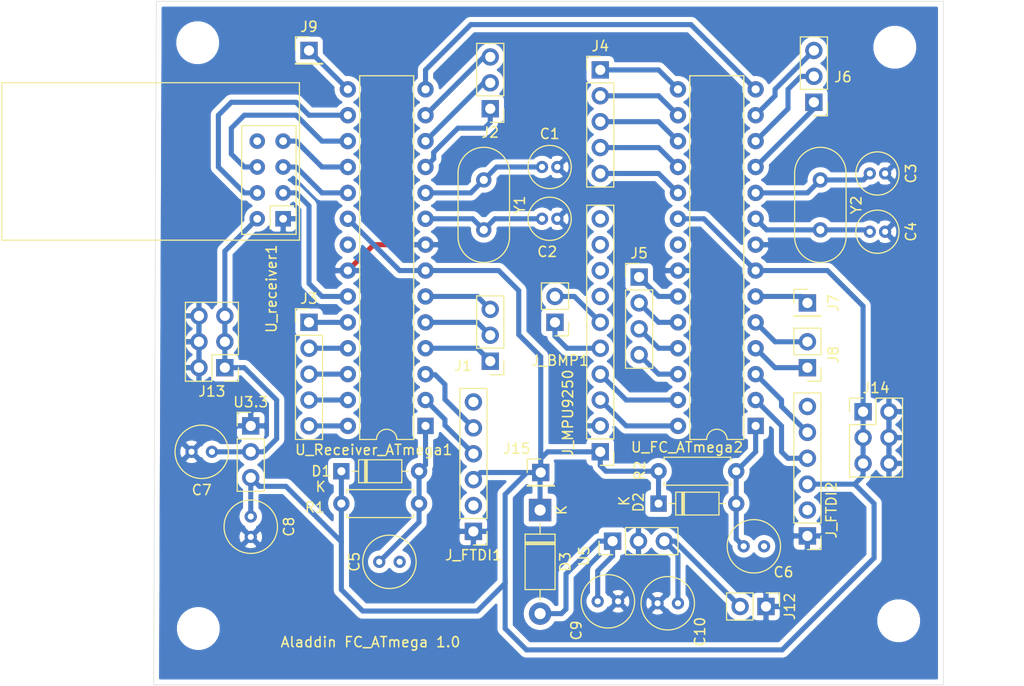
<source format=kicad_pcb>
(kicad_pcb (version 20171130) (host pcbnew "(5.1.4)-1")
  (layers (0 F.Cu signal) (31 B.Cu signal) (34 B.Paste user) (35 F.Paste user) (36 B.SilkS user) (37 F.SilkS user) (38 B.Mask user) (39 F.Mask user) (44 Edge.Cuts user))
  (net 0 "")
  (net 1 "Net-(C1-Pad1)")
  (net 2 GND)
  (net 3 "Net-(C2-Pad1)")
  (net 4 "Net-(C3-Pad2)")
  (net 5 "Net-(C4-Pad2)")
  (net 6 "Net-(C5-Pad2)")
  (net 7 DTR)
  (net 8 DTR2)
  (net 9 "Net-(C6-Pad2)")
  (net 10 +3V3)
  (net 11 +5V)
  (net 12 +12V)
  (net 13 PD2)
  (net 14 PD3)
  (net 15 PD4)
  (net 16 PD7)
  (net 17 PD6)
  (net 18 PD5)
  (net 19 PC5)
  (net 20 PC4)
  (net 21 PC3)
  (net 22 PC2)
  (net 23 PC1)
  (net 24 PB_1)
  (net 25 PB_2)
  (net 26 PB_3)
  (net 27 PB_4)
  (net 28 PB_5)
  (net 29 PC_0)
  (net 30 PC_1)
  (net 31 PC_2)
  (net 32 PC_3)
  (net 33 PWM2)
  (net 34 PWM3)
  (net 35 PWM4)
  (net 36 PWM1)
  (net 37 PD_2)
  (net 38 PD_3)
  (net 39 PB1)
  (net 40 EDA)
  (net 41 ECL)
  (net 42 "Net-(J_FTDI1-Pad2)")
  (net 43 RX)
  (net 44 TX)
  (net 45 TX2)
  (net 46 RX2)
  (net 47 "Net-(J_FTDI2-Pad2)")
  (net 48 PC_5)
  (net 49 PC_4)
  (net 50 "Net-(J_MPU9250-Pad7)")
  (net 51 "Net-(J_MPU9250-Pad8)")
  (net 52 "Net-(J_MPU9250-Pad9)")
  (net 53 "Net-(J_MPU9250-Pad10)")
  (net 54 "Net-(U_FC_ATmega2-Pad21)")
  (net 55 PPM)
  (net 56 CE)
  (net 57 CSN)
  (net 58 SCK)
  (net 59 MOSI)
  (net 60 MISO)
  (net 61 "Net-(U_receiver1-Pad8)")
  (net 62 "Net-(U_Receiver_ATmega1-Pad21)")
  (net 63 "Net-(C9-Pad1)")
  (module MountingHole:MountingHole_3.2mm_M3 (layer F.Cu) (at 236.5375 79.6925)
    (fp_text reference REF** hide)
    (fp_text value MountingHole_3.2mm_M3)
    (pad 1 np_thru_hole circle (at 0 0) (size 3.2 3.2) (drill 3.2) (layers *.Cu *.Mask))
  )
  (module MountingHole:MountingHole_3.2mm_M3 (layer F.Cu) (at 236.9185 135.9535)
    (fp_text reference REF** hide)
    (fp_text value MountingHole_3.2mm_M3)
    (pad 1 np_thru_hole circle (at 0 0) (size 3.2 3.2) (drill 3.2) (layers *.Cu *.Mask))
  )
  (module MountingHole:MountingHole_3.2mm_M3 (layer F.Cu) (at 168.2115 136.7155)
    (fp_text reference REF** hide)
    (fp_text value MountingHole_3.2mm_M3)
    (pad 1 np_thru_hole circle (at 0 0) (size 3.2 3.2) (drill 3.2) (layers *.Cu *.Mask))
  )
  (module MountingHole:MountingHole_3.2mm_M3 (layer F.Cu) (at 168.148 79.248)
    (fp_text reference REF** hide)
    (fp_text value MountingHole_3.2mm_M3)
    (pad 1 np_thru_hole circle (at 0 0) (size 3.2 3.2) (drill 3.2) (layers *.Cu *.Mask))
  )
  (module Connector_PinHeader_2.54mm:PinHeader_1x01_P2.54mm_Vertical (layer F.Cu) (at 201.803 121.412)
    (fp_text reference J15 (at -2.3495 -2.3495) (layer F.SilkS))
    (fp_text value Screw_Terminal_01x01)
    (pad 1 thru_hole rect (at 0 0) (size 1.7 1.7) (drill 1) (layers *.Cu *.Mask) (net 11 +5V))
  )
  (module Diode_THT:D_DO-41_SOD81_P10.16mm_Horizontal (layer F.Cu) (at 201.7395 125.095 270)
    (fp_text reference D3 (at 5.08 -2.47 90) (layer F.SilkS))
    (fp_text value 1N4001)
    (fp_text user K (at 0 -2.1 90) (layer F.SilkS))
    (pad 2 thru_hole oval (at 10.16 0 270) (size 2.2 2.2) (drill 1.1) (layers *.Cu *.Mask) (net 63 "Net-(C9-Pad1)"))
    (pad 1 thru_hole rect (at 0 0 270) (size 2.2 2.2) (drill 1.1) (layers *.Cu *.Mask) (net 11 +5V))
  )
  (module Crystal:Crystal_HC18-U_Vertical (layer F.Cu) (at 196.215 92.71 270)
    (fp_text reference Y1 (at 2.45 -3.525 90) (layer F.SilkS))
    (fp_text value 16Mhz)
    (pad 1 thru_hole circle (at 0 0 270) (size 1.5 1.5) (drill 0.8) (layers *.Cu *.Mask) (net 1 "Net-(C1-Pad1)"))
    (pad 2 thru_hole circle (at 4.9 0 270) (size 1.5 1.5) (drill 0.8) (layers *.Cu *.Mask) (net 3 "Net-(C2-Pad1)"))
  )
  (module Connector_PinHeader_2.54mm:PinHeader_1x04_P2.54mm_Vertical (layer F.Cu) (at 211.455 102.235)
    (fp_text reference J5 (at 0 -2.33) (layer F.SilkS))
    (fp_text value Screw_Terminal_01x04 hide)
    (pad 1 thru_hole rect (at 0 0) (size 1.7 1.7) (drill 1) (layers *.Cu *.Mask) (net 29 PC_0))
    (pad 2 thru_hole oval (at 0 2.54) (size 1.7 1.7) (drill 1) (layers *.Cu *.Mask) (net 30 PC_1))
    (pad 3 thru_hole oval (at 0 5.08) (size 1.7 1.7) (drill 1) (layers *.Cu *.Mask) (net 31 PC_2))
    (pad 4 thru_hole oval (at 0 7.62) (size 1.7 1.7) (drill 1) (layers *.Cu *.Mask) (net 32 PC_3))
  )
  (module Capacitor_THT:C_Radial_D4.0mm_H5.0mm_P1.50mm (layer F.Cu) (at 201.93 91.44)
    (fp_text reference C1 (at 0.75 -3.25) (layer F.SilkS))
    (fp_text value 22pF)
    (pad 1 thru_hole circle (at 0 0) (size 1.2 1.2) (drill 0.6) (layers *.Cu *.Mask) (net 1 "Net-(C1-Pad1)"))
    (pad 2 thru_hole circle (at 1.5 0) (size 1.2 1.2) (drill 0.6) (layers *.Cu *.Mask) (net 2 GND))
  )
  (module Capacitor_THT:C_Radial_D4.0mm_H5.0mm_P1.50mm (layer F.Cu) (at 201.93 96.52)
    (fp_text reference C2 (at 0.508 3.2385) (layer F.SilkS))
    (fp_text value 22pF)
    (pad 2 thru_hole circle (at 1.5 0) (size 1.2 1.2) (drill 0.6) (layers *.Cu *.Mask) (net 2 GND))
    (pad 1 thru_hole circle (at 0 0) (size 1.2 1.2) (drill 0.6) (layers *.Cu *.Mask) (net 3 "Net-(C2-Pad1)"))
  )
  (module Capacitor_THT:C_Radial_D4.0mm_H5.0mm_P1.50mm (layer F.Cu) (at 235.585 92.075 180)
    (fp_text reference C3 (at -2.54 0 270) (layer F.SilkS))
    (fp_text value 22pF)
    (pad 2 thru_hole circle (at 1.5 0 180) (size 1.2 1.2) (drill 0.6) (layers *.Cu *.Mask) (net 4 "Net-(C3-Pad2)"))
    (pad 1 thru_hole circle (at 0 0 180) (size 1.2 1.2) (drill 0.6) (layers *.Cu *.Mask) (net 2 GND))
  )
  (module Capacitor_THT:C_Radial_D4.0mm_H5.0mm_P1.50mm (layer F.Cu) (at 235.585 97.79 180)
    (fp_text reference C4 (at -2.54 0 270) (layer F.SilkS))
    (fp_text value 22pF)
    (pad 1 thru_hole circle (at 0 0 180) (size 1.2 1.2) (drill 0.6) (layers *.Cu *.Mask) (net 2 GND))
    (pad 2 thru_hole circle (at 1.5 0 180) (size 1.2 1.2) (drill 0.6) (layers *.Cu *.Mask) (net 5 "Net-(C4-Pad2)"))
  )
  (module Capacitor_THT:C_Radial_D5.0mm_H7.0mm_P2.00mm (layer F.Cu) (at 187.96 130.175 180)
    (fp_text reference C5 (at 4.445 0 90) (layer F.SilkS))
    (fp_text value 100nF)
    (pad 2 thru_hole circle (at 2 0 180) (size 1.2 1.2) (drill 0.6) (layers *.Cu *.Mask) (net 6 "Net-(C5-Pad2)"))
    (pad 1 thru_hole circle (at 0 0 180) (size 1.2 1.2) (drill 0.6) (layers *.Cu *.Mask))
  )
  (module Capacitor_THT:C_Radial_D5.0mm_H7.0mm_P2.00mm (layer F.Cu) (at 223.7105 128.651 180)
    (fp_text reference C6 (at -1.905 -2.54) (layer F.SilkS))
    (fp_text value 100nF)
    (pad 1 thru_hole circle (at 0 0 180) (size 1.2 1.2) (drill 0.6) (layers *.Cu *.Mask))
    (pad 2 thru_hole circle (at 2 0 180) (size 1.2 1.2) (drill 0.6) (layers *.Cu *.Mask) (net 9 "Net-(C6-Pad2)"))
  )
  (module Capacitor_THT:C_Radial_D5.0mm_H7.0mm_P2.00mm (layer F.Cu) (at 169.545 119.38 180)
    (fp_text reference C7 (at 1 -3.75) (layer F.SilkS))
    (fp_text value 10µF)
    (pad 1 thru_hole circle (at 0 0 180) (size 1.2 1.2) (drill 0.6) (layers *.Cu *.Mask) (net 10 +3V3))
    (pad 2 thru_hole circle (at 2 0 180) (size 1.2 1.2) (drill 0.6) (layers *.Cu *.Mask) (net 2 GND))
  )
  (module Capacitor_THT:C_Radial_D5.0mm_H7.0mm_P2.00mm (layer F.Cu) (at 173.355 125.73 270)
    (fp_text reference C8 (at 1 -3.75 90) (layer F.SilkS))
    (fp_text value 100nF)
    (pad 2 thru_hole circle (at 2 0 270) (size 1.2 1.2) (drill 0.6) (layers *.Cu *.Mask) (net 2 GND))
    (pad 1 thru_hole circle (at 0 0 270) (size 1.2 1.2) (drill 0.6) (layers *.Cu *.Mask) (net 11 +5V))
  )
  (module Capacitor_THT:C_Radial_D5.0mm_H7.0mm_P2.00mm (layer F.Cu) (at 207.391 134.0485)
    (fp_text reference C9 (at -2.0955 2.8575 -90) (layer F.SilkS))
    (fp_text value 10µF)
    (pad 1 thru_hole circle (at 0 0) (size 1.2 1.2) (drill 0.6) (layers *.Cu *.Mask) (net 63 "Net-(C9-Pad1)"))
    (pad 2 thru_hole circle (at 2 0) (size 1.2 1.2) (drill 0.6) (layers *.Cu *.Mask) (net 2 GND))
  )
  (module Capacitor_THT:C_Radial_D5.0mm_H7.0mm_P2.00mm (layer F.Cu) (at 215.265 134.239 180)
    (fp_text reference C10 (at -2.159 -2.794 270) (layer F.SilkS))
    (fp_text value 100nF)
    (pad 2 thru_hole circle (at 2 0 180) (size 1.2 1.2) (drill 0.6) (layers *.Cu *.Mask) (net 2 GND))
    (pad 1 thru_hole circle (at 0 0 180) (size 1.2 1.2) (drill 0.6) (layers *.Cu *.Mask) (net 12 +12V))
  )
  (module Diode_THT:D_DO-35_SOD27_P7.62mm_Horizontal (layer F.Cu) (at 182.245 121.285)
    (fp_text reference D1 (at -1.9685 0) (layer F.SilkS))
    (fp_text value 1N4148)
    (fp_text user K (at -2.032 1.524) (layer F.SilkS))
    (pad 2 thru_hole oval (at 7.62 0) (size 1.6 1.6) (drill 0.8) (layers *.Cu *.Mask) (net 6 "Net-(C5-Pad2)"))
    (pad 1 thru_hole rect (at 0 0) (size 1.6 1.6) (drill 0.8) (layers *.Cu *.Mask) (net 11 +5V))
  )
  (module Diode_THT:D_DO-35_SOD27_P7.62mm_Horizontal (layer F.Cu) (at 213.36 124.46)
    (fp_text reference D2 (at -1.9685 -0.127 90) (layer F.SilkS))
    (fp_text value 1N4148)
    (fp_text user K (at -3.3655 -0.254 90) (layer F.SilkS))
    (pad 1 thru_hole rect (at 0 0) (size 1.6 1.6) (drill 0.8) (layers *.Cu *.Mask) (net 11 +5V))
    (pad 2 thru_hole oval (at 7.62 0) (size 1.6 1.6) (drill 0.8) (layers *.Cu *.Mask) (net 9 "Net-(C6-Pad2)"))
  )
  (module Connector_PinHeader_2.54mm:PinHeader_1x03_P2.54mm_Vertical (layer F.Cu) (at 196.85 110.49 180)
    (fp_text reference J1 (at 2.667 -0.4445) (layer F.SilkS))
    (fp_text value Screw_Terminal_01x03)
    (pad 1 thru_hole rect (at 0 0 180) (size 1.7 1.7) (drill 1) (layers *.Cu *.Mask) (net 13 PD2))
    (pad 2 thru_hole oval (at 0 2.54 180) (size 1.7 1.7) (drill 1) (layers *.Cu *.Mask) (net 14 PD3))
    (pad 3 thru_hole oval (at 0 5.08 180) (size 1.7 1.7) (drill 1) (layers *.Cu *.Mask) (net 15 PD4))
  )
  (module Connector_PinHeader_2.54mm:PinHeader_1x03_P2.54mm_Vertical (layer F.Cu) (at 196.85 85.725 180)
    (fp_text reference J2 (at 0 -2.33) (layer F.SilkS))
    (fp_text value Screw_Terminal_01x03)
    (pad 3 thru_hole oval (at 0 5.08 180) (size 1.7 1.7) (drill 1) (layers *.Cu *.Mask) (net 16 PD7))
    (pad 2 thru_hole oval (at 0 2.54 180) (size 1.7 1.7) (drill 1) (layers *.Cu *.Mask) (net 17 PD6))
    (pad 1 thru_hole rect (at 0 0 180) (size 1.7 1.7) (drill 1) (layers *.Cu *.Mask) (net 18 PD5))
  )
  (module Connector_PinHeader_2.54mm:PinHeader_1x05_P2.54mm_Vertical (layer F.Cu) (at 179.07 106.68)
    (fp_text reference J3 (at 0 -2.33) (layer F.SilkS))
    (fp_text value Screw_Terminal_01x05)
    (pad 5 thru_hole oval (at 0 10.16) (size 1.7 1.7) (drill 1) (layers *.Cu *.Mask) (net 19 PC5))
    (pad 4 thru_hole oval (at 0 7.62) (size 1.7 1.7) (drill 1) (layers *.Cu *.Mask) (net 20 PC4))
    (pad 3 thru_hole oval (at 0 5.08) (size 1.7 1.7) (drill 1) (layers *.Cu *.Mask) (net 21 PC3))
    (pad 2 thru_hole oval (at 0 2.54) (size 1.7 1.7) (drill 1) (layers *.Cu *.Mask) (net 22 PC2))
    (pad 1 thru_hole rect (at 0 0) (size 1.7 1.7) (drill 1) (layers *.Cu *.Mask) (net 23 PC1))
  )
  (module Connector_PinHeader_2.54mm:PinHeader_1x05_P2.54mm_Vertical (layer F.Cu) (at 207.645 81.915)
    (fp_text reference J4 (at 0 -2.33) (layer F.SilkS))
    (fp_text value Screw_Terminal_01x05)
    (pad 1 thru_hole rect (at 0 0) (size 1.7 1.7) (drill 1) (layers *.Cu *.Mask) (net 24 PB_1))
    (pad 2 thru_hole oval (at 0 2.54) (size 1.7 1.7) (drill 1) (layers *.Cu *.Mask) (net 25 PB_2))
    (pad 3 thru_hole oval (at 0 5.08) (size 1.7 1.7) (drill 1) (layers *.Cu *.Mask) (net 26 PB_3))
    (pad 4 thru_hole oval (at 0 7.62) (size 1.7 1.7) (drill 1) (layers *.Cu *.Mask) (net 27 PB_4))
    (pad 5 thru_hole oval (at 0 10.16) (size 1.7 1.7) (drill 1) (layers *.Cu *.Mask) (net 28 PB_5))
  )
  (module Connector_PinHeader_2.54mm:PinHeader_1x03_P2.54mm_Vertical (layer F.Cu) (at 228.6 85.09 180)
    (fp_text reference J6 (at -2.8575 2.4765) (layer F.SilkS))
    (fp_text value Screw_Terminal_01x03)
    (pad 1 thru_hole rect (at 0 0 180) (size 1.7 1.7) (drill 1) (layers *.Cu *.Mask) (net 33 PWM2))
    (pad 2 thru_hole oval (at 0 2.54 180) (size 1.7 1.7) (drill 1) (layers *.Cu *.Mask) (net 34 PWM3))
    (pad 3 thru_hole oval (at 0 5.08 180) (size 1.7 1.7) (drill 1) (layers *.Cu *.Mask) (net 35 PWM4))
  )
  (module Connector_PinHeader_2.54mm:PinHeader_1x01_P2.54mm_Vertical (layer F.Cu) (at 227.965 104.775)
    (fp_text reference J7 (at 2.54 0 270) (layer F.SilkS))
    (fp_text value Screw_Terminal_01x01)
    (pad 1 thru_hole rect (at 0 0) (size 1.7 1.7) (drill 1) (layers *.Cu *.Mask) (net 36 PWM1))
  )
  (module Connector_PinHeader_2.54mm:PinHeader_1x02_P2.54mm_Vertical (layer F.Cu) (at 227.965 111.125 180)
    (fp_text reference J8 (at -2.54 1.27 90) (layer F.SilkS))
    (fp_text value Screw_Terminal_01x02)
    (pad 1 thru_hole rect (at 0 0 180) (size 1.7 1.7) (drill 1) (layers *.Cu *.Mask) (net 37 PD_2))
    (pad 2 thru_hole oval (at 0 2.54 180) (size 1.7 1.7) (drill 1) (layers *.Cu *.Mask) (net 38 PD_3))
  )
  (module Connector_PinHeader_2.54mm:PinHeader_1x01_P2.54mm_Vertical (layer F.Cu) (at 179.07 80.01)
    (fp_text reference J9 (at 0 -2.33) (layer F.SilkS))
    (fp_text value Screw_Terminal_01x01)
    (pad 1 thru_hole rect (at 0 0) (size 1.7 1.7) (drill 1) (layers *.Cu *.Mask) (net 39 PB1))
  )
  (module Connector_PinHeader_2.54mm:PinHeader_1x02_P2.54mm_Vertical (layer F.Cu) (at 223.901 134.5565 270)
    (fp_text reference J12 (at 0 -2.33 90) (layer F.SilkS))
    (fp_text value Screw_Terminal_01x02)
    (pad 2 thru_hole oval (at 0 2.54 270) (size 1.7 1.7) (drill 1) (layers *.Cu *.Mask) (net 12 +12V))
    (pad 1 thru_hole rect (at 0 0 270) (size 1.7 1.7) (drill 1) (layers *.Cu *.Mask) (net 2 GND))
  )
  (module Connector_PinHeader_2.54mm:PinHeader_2x03_P2.54mm_Vertical (layer F.Cu) (at 170.815 111.125 180)
    (fp_text reference J13 (at 1.27 -2.33) (layer F.SilkS))
    (fp_text value Conn_02x03_Top_Bottom)
    (pad 6 thru_hole oval (at 2.54 5.08 180) (size 1.7 1.7) (drill 1) (layers *.Cu *.Mask) (net 2 GND))
    (pad 5 thru_hole oval (at 0 5.08 180) (size 1.7 1.7) (drill 1) (layers *.Cu *.Mask) (net 10 +3V3))
    (pad 4 thru_hole oval (at 2.54 2.54 180) (size 1.7 1.7) (drill 1) (layers *.Cu *.Mask) (net 2 GND))
    (pad 3 thru_hole oval (at 0 2.54 180) (size 1.7 1.7) (drill 1) (layers *.Cu *.Mask) (net 10 +3V3))
    (pad 2 thru_hole oval (at 2.54 0 180) (size 1.7 1.7) (drill 1) (layers *.Cu *.Mask) (net 2 GND))
    (pad 1 thru_hole rect (at 0 0 180) (size 1.7 1.7) (drill 1) (layers *.Cu *.Mask) (net 10 +3V3))
  )
  (module Connector_PinHeader_2.54mm:PinHeader_2x03_P2.54mm_Vertical (layer F.Cu) (at 233.426 115.443)
    (fp_text reference J14 (at 1.27 -2.33) (layer F.SilkS))
    (fp_text value Conn_02x03_Top_Bottom)
    (pad 1 thru_hole rect (at 0 0) (size 1.7 1.7) (drill 1) (layers *.Cu *.Mask) (net 11 +5V))
    (pad 2 thru_hole oval (at 2.54 0) (size 1.7 1.7) (drill 1) (layers *.Cu *.Mask) (net 2 GND))
    (pad 3 thru_hole oval (at 0 2.54) (size 1.7 1.7) (drill 1) (layers *.Cu *.Mask) (net 11 +5V))
    (pad 4 thru_hole oval (at 2.54 2.54) (size 1.7 1.7) (drill 1) (layers *.Cu *.Mask) (net 2 GND))
    (pad 5 thru_hole oval (at 0 5.08) (size 1.7 1.7) (drill 1) (layers *.Cu *.Mask) (net 11 +5V))
    (pad 6 thru_hole oval (at 2.54 5.08) (size 1.7 1.7) (drill 1) (layers *.Cu *.Mask) (net 2 GND))
  )
  (module Connector_PinHeader_2.54mm:PinHeader_1x02_P2.54mm_Vertical (layer F.Cu) (at 203.2 106.68 180)
    (fp_text reference J_BMP1 (at -0.508 -3.7465) (layer F.SilkS))
    (fp_text value Screw_Terminal_01x02 hide)
    (pad 1 thru_hole rect (at 0 0 180) (size 1.7 1.7) (drill 1) (layers *.Cu *.Mask) (net 40 EDA))
    (pad 2 thru_hole oval (at 0 2.54 180) (size 1.7 1.7) (drill 1) (layers *.Cu *.Mask) (net 41 ECL))
  )
  (module Connector_PinHeader_2.54mm:PinHeader_1x06_P2.54mm_Vertical (layer F.Cu) (at 195.199 127.1905 180)
    (fp_text reference J_FTDI1 (at 0 -2.33) (layer F.SilkS))
    (fp_text value Screw_Terminal_01x06)
    (pad 1 thru_hole rect (at 0 0 180) (size 1.7 1.7) (drill 1) (layers *.Cu *.Mask) (net 2 GND))
    (pad 2 thru_hole oval (at 0 2.54 180) (size 1.7 1.7) (drill 1) (layers *.Cu *.Mask) (net 42 "Net-(J_FTDI1-Pad2)"))
    (pad 3 thru_hole oval (at 0 5.08 180) (size 1.7 1.7) (drill 1) (layers *.Cu *.Mask) (net 11 +5V))
    (pad 4 thru_hole oval (at 0 7.62 180) (size 1.7 1.7) (drill 1) (layers *.Cu *.Mask) (net 43 RX))
    (pad 5 thru_hole oval (at 0 10.16 180) (size 1.7 1.7) (drill 1) (layers *.Cu *.Mask) (net 44 TX))
    (pad 6 thru_hole oval (at 0 12.7 180) (size 1.7 1.7) (drill 1) (layers *.Cu *.Mask) (net 7 DTR))
  )
  (module Connector_PinHeader_2.54mm:PinHeader_1x06_P2.54mm_Vertical (layer F.Cu) (at 227.965 127.635 180)
    (fp_text reference J_FTDI2 (at -2.3495 2.54 90) (layer F.SilkS))
    (fp_text value Screw_Terminal_01x06)
    (pad 6 thru_hole oval (at 0 12.7 180) (size 1.7 1.7) (drill 1) (layers *.Cu *.Mask) (net 8 DTR2))
    (pad 5 thru_hole oval (at 0 10.16 180) (size 1.7 1.7) (drill 1) (layers *.Cu *.Mask) (net 45 TX2))
    (pad 4 thru_hole oval (at 0 7.62 180) (size 1.7 1.7) (drill 1) (layers *.Cu *.Mask) (net 46 RX2))
    (pad 3 thru_hole oval (at 0 5.08 180) (size 1.7 1.7) (drill 1) (layers *.Cu *.Mask) (net 11 +5V))
    (pad 2 thru_hole oval (at 0 2.54 180) (size 1.7 1.7) (drill 1) (layers *.Cu *.Mask) (net 47 "Net-(J_FTDI2-Pad2)"))
    (pad 1 thru_hole rect (at 0 0 180) (size 1.7 1.7) (drill 1) (layers *.Cu *.Mask) (net 2 GND))
  )
  (module Connector_PinHeader_2.54mm:PinHeader_1x10_P2.54mm_Vertical (layer F.Cu) (at 207.645 119.38 180)
    (fp_text reference J_MPU9250 (at 3.175 3.81 90) (layer F.SilkS))
    (fp_text value Screw_Terminal_01x10)
    (pad 1 thru_hole rect (at 0 0 180) (size 1.7 1.7) (drill 1) (layers *.Cu *.Mask) (net 11 +5V))
    (pad 2 thru_hole oval (at 0 2.54 180) (size 1.7 1.7) (drill 1) (layers *.Cu *.Mask) (net 2 GND))
    (pad 3 thru_hole oval (at 0 5.08 180) (size 1.7 1.7) (drill 1) (layers *.Cu *.Mask) (net 48 PC_5))
    (pad 4 thru_hole oval (at 0 7.62 180) (size 1.7 1.7) (drill 1) (layers *.Cu *.Mask) (net 49 PC_4))
    (pad 5 thru_hole oval (at 0 10.16 180) (size 1.7 1.7) (drill 1) (layers *.Cu *.Mask) (net 40 EDA))
    (pad 6 thru_hole oval (at 0 12.7 180) (size 1.7 1.7) (drill 1) (layers *.Cu *.Mask) (net 41 ECL))
    (pad 7 thru_hole oval (at 0 15.24 180) (size 1.7 1.7) (drill 1) (layers *.Cu *.Mask) (net 50 "Net-(J_MPU9250-Pad7)"))
    (pad 8 thru_hole oval (at 0 17.78 180) (size 1.7 1.7) (drill 1) (layers *.Cu *.Mask) (net 51 "Net-(J_MPU9250-Pad8)"))
    (pad 9 thru_hole oval (at 0 20.32 180) (size 1.7 1.7) (drill 1) (layers *.Cu *.Mask) (net 52 "Net-(J_MPU9250-Pad9)"))
    (pad 10 thru_hole oval (at 0 22.86 180) (size 1.7 1.7) (drill 1) (layers *.Cu *.Mask) (net 53 "Net-(J_MPU9250-Pad10)"))
  )
  (module Resistor_THT:R_Axial_DIN0207_L6.3mm_D2.5mm_P7.62mm_Horizontal (layer F.Cu) (at 189.865 124.46 180)
    (fp_text reference R1 (at 10.2235 -0.381) (layer F.SilkS))
    (fp_text value 10k)
    (pad 1 thru_hole circle (at 0 0 180) (size 1.6 1.6) (drill 0.8) (layers *.Cu *.Mask) (net 6 "Net-(C5-Pad2)"))
    (pad 2 thru_hole oval (at 7.62 0 180) (size 1.6 1.6) (drill 0.8) (layers *.Cu *.Mask) (net 11 +5V))
  )
  (module Resistor_THT:R_Axial_DIN0207_L6.3mm_D2.5mm_P7.62mm_Horizontal (layer F.Cu) (at 213.36 121.285)
    (fp_text reference R2 (at -1.8415 -0.0635 90) (layer F.SilkS))
    (fp_text value 10k)
    (pad 2 thru_hole oval (at 7.62 0) (size 1.6 1.6) (drill 0.8) (layers *.Cu *.Mask) (net 9 "Net-(C6-Pad2)"))
    (pad 1 thru_hole circle (at 0 0) (size 1.6 1.6) (drill 0.8) (layers *.Cu *.Mask) (net 11 +5V))
  )
  (module Connector_PinHeader_2.54mm:PinHeader_1x03_P2.54mm_Vertical (layer F.Cu) (at 173.355 116.84)
    (fp_text reference U3.3 (at 0 -2.33) (layer F.SilkS))
    (fp_text value LD1117S33TR_SOT223)
    (pad 1 thru_hole rect (at 0 0) (size 1.7 1.7) (drill 1) (layers *.Cu *.Mask) (net 2 GND))
    (pad 2 thru_hole oval (at 0 2.54) (size 1.7 1.7) (drill 1) (layers *.Cu *.Mask) (net 10 +3V3))
    (pad 3 thru_hole oval (at 0 5.08) (size 1.7 1.7) (drill 1) (layers *.Cu *.Mask) (net 11 +5V))
  )
  (module Connector_PinHeader_2.54mm:PinHeader_1x03_P2.54mm_Vertical (layer F.Cu) (at 208.8515 128.143 90)
    (fp_text reference U5 (at -1.4605 -2.794 90) (layer F.SilkS))
    (fp_text value LM78L05_TO92)
    (pad 3 thru_hole oval (at 0 5.08 90) (size 1.7 1.7) (drill 1) (layers *.Cu *.Mask) (net 12 +12V))
    (pad 2 thru_hole oval (at 0 2.54 90) (size 1.7 1.7) (drill 1) (layers *.Cu *.Mask) (net 2 GND))
    (pad 1 thru_hole rect (at 0 0 90) (size 1.7 1.7) (drill 1) (layers *.Cu *.Mask) (net 63 "Net-(C9-Pad1)"))
  )
  (module Package_DIP:DIP-28_W7.62mm (layer F.Cu) (at 222.885 116.84 180)
    (fp_text reference U_FC_ATmega2 (at 6.731 -2.0955) (layer F.SilkS))
    (fp_text value ATmega8L-8PU)
    (pad 1 thru_hole rect (at 0 0 180) (size 1.6 1.6) (drill 0.8) (layers *.Cu *.Mask) (net 9 "Net-(C6-Pad2)"))
    (pad 15 thru_hole oval (at 7.62 33.02 180) (size 1.6 1.6) (drill 0.8) (layers *.Cu *.Mask) (net 24 PB_1))
    (pad 2 thru_hole oval (at 0 2.54 180) (size 1.6 1.6) (drill 0.8) (layers *.Cu *.Mask) (net 46 RX2))
    (pad 16 thru_hole oval (at 7.62 30.48 180) (size 1.6 1.6) (drill 0.8) (layers *.Cu *.Mask) (net 25 PB_2))
    (pad 3 thru_hole oval (at 0 5.08 180) (size 1.6 1.6) (drill 0.8) (layers *.Cu *.Mask) (net 45 TX2))
    (pad 17 thru_hole oval (at 7.62 27.94 180) (size 1.6 1.6) (drill 0.8) (layers *.Cu *.Mask) (net 26 PB_3))
    (pad 4 thru_hole oval (at 0 7.62 180) (size 1.6 1.6) (drill 0.8) (layers *.Cu *.Mask) (net 37 PD_2))
    (pad 18 thru_hole oval (at 7.62 25.4 180) (size 1.6 1.6) (drill 0.8) (layers *.Cu *.Mask) (net 27 PB_4))
    (pad 5 thru_hole oval (at 0 10.16 180) (size 1.6 1.6) (drill 0.8) (layers *.Cu *.Mask) (net 38 PD_3))
    (pad 19 thru_hole oval (at 7.62 22.86 180) (size 1.6 1.6) (drill 0.8) (layers *.Cu *.Mask) (net 28 PB_5))
    (pad 6 thru_hole oval (at 0 12.7 180) (size 1.6 1.6) (drill 0.8) (layers *.Cu *.Mask) (net 36 PWM1))
    (pad 20 thru_hole oval (at 7.62 20.32 180) (size 1.6 1.6) (drill 0.8) (layers *.Cu *.Mask) (net 11 +5V))
    (pad 7 thru_hole oval (at 0 15.24 180) (size 1.6 1.6) (drill 0.8) (layers *.Cu *.Mask) (net 11 +5V))
    (pad 21 thru_hole oval (at 7.62 17.78 180) (size 1.6 1.6) (drill 0.8) (layers *.Cu *.Mask) (net 54 "Net-(U_FC_ATmega2-Pad21)"))
    (pad 8 thru_hole oval (at 0 17.78 180) (size 1.6 1.6) (drill 0.8) (layers *.Cu *.Mask) (net 2 GND))
    (pad 22 thru_hole oval (at 7.62 15.24 180) (size 1.6 1.6) (drill 0.8) (layers *.Cu *.Mask) (net 2 GND))
    (pad 9 thru_hole oval (at 0 20.32 180) (size 1.6 1.6) (drill 0.8) (layers *.Cu *.Mask) (net 5 "Net-(C4-Pad2)"))
    (pad 23 thru_hole oval (at 7.62 12.7 180) (size 1.6 1.6) (drill 0.8) (layers *.Cu *.Mask) (net 29 PC_0))
    (pad 10 thru_hole oval (at 0 22.86 180) (size 1.6 1.6) (drill 0.8) (layers *.Cu *.Mask) (net 4 "Net-(C3-Pad2)"))
    (pad 24 thru_hole oval (at 7.62 10.16 180) (size 1.6 1.6) (drill 0.8) (layers *.Cu *.Mask) (net 30 PC_1))
    (pad 11 thru_hole oval (at 0 25.4 180) (size 1.6 1.6) (drill 0.8) (layers *.Cu *.Mask) (net 33 PWM2))
    (pad 25 thru_hole oval (at 7.62 7.62 180) (size 1.6 1.6) (drill 0.8) (layers *.Cu *.Mask) (net 31 PC_2))
    (pad 12 thru_hole oval (at 0 27.94 180) (size 1.6 1.6) (drill 0.8) (layers *.Cu *.Mask) (net 34 PWM3))
    (pad 26 thru_hole oval (at 7.62 5.08 180) (size 1.6 1.6) (drill 0.8) (layers *.Cu *.Mask) (net 32 PC_3))
    (pad 13 thru_hole oval (at 0 30.48 180) (size 1.6 1.6) (drill 0.8) (layers *.Cu *.Mask) (net 35 PWM4))
    (pad 27 thru_hole oval (at 7.62 2.54 180) (size 1.6 1.6) (drill 0.8) (layers *.Cu *.Mask) (net 49 PC_4))
    (pad 14 thru_hole oval (at 0 33.02 180) (size 1.6 1.6) (drill 0.8) (layers *.Cu *.Mask) (net 55 PPM))
    (pad 28 thru_hole oval (at 7.62 0 180) (size 1.6 1.6) (drill 0.8) (layers *.Cu *.Mask) (net 48 PC_5))
  )
  (module RF_Module:nRF24L01_Breakout (layer F.Cu) (at 176.53 96.52 180)
    (fp_text reference U_receiver1 (at 1.143 -6.858 90) (layer F.SilkS))
    (fp_text value NRF24L01_Breakout)
    (pad 1 thru_hole rect (at 0 0 180) (size 1.524 1.524) (drill 0.762) (layers *.Cu *.Mask) (net 2 GND))
    (pad 2 thru_hole circle (at 2.54 0 180) (size 1.524 1.524) (drill 0.762) (layers *.Cu *.Mask) (net 10 +3V3))
    (pad 3 thru_hole circle (at 0 2.54 180) (size 1.524 1.524) (drill 0.762) (layers *.Cu *.Mask) (net 56 CE))
    (pad 4 thru_hole circle (at 2.54 2.54 180) (size 1.524 1.524) (drill 0.762) (layers *.Cu *.Mask) (net 57 CSN))
    (pad 5 thru_hole circle (at 0 5.08 180) (size 1.524 1.524) (drill 0.762) (layers *.Cu *.Mask) (net 58 SCK))
    (pad 6 thru_hole circle (at 2.54 5.08 180) (size 1.524 1.524) (drill 0.762) (layers *.Cu *.Mask) (net 59 MOSI))
    (pad 7 thru_hole circle (at 0 7.62 180) (size 1.524 1.524) (drill 0.762) (layers *.Cu *.Mask) (net 60 MISO))
    (pad 8 thru_hole circle (at 2.54 7.62 180) (size 1.524 1.524) (drill 0.762) (layers *.Cu *.Mask) (net 61 "Net-(U_receiver1-Pad8)"))
  )
  (module Package_DIP:DIP-28_W7.62mm (layer F.Cu) (at 190.5 116.84 180)
    (fp_text reference U_Receiver_ATmega1 (at 5.08 -2.3495) (layer F.SilkS))
    (fp_text value ATmega8L-8PU)
    (pad 28 thru_hole oval (at 7.62 0 180) (size 1.6 1.6) (drill 0.8) (layers *.Cu *.Mask) (net 19 PC5))
    (pad 14 thru_hole oval (at 0 33.02 180) (size 1.6 1.6) (drill 0.8) (layers *.Cu *.Mask) (net 55 PPM))
    (pad 27 thru_hole oval (at 7.62 2.54 180) (size 1.6 1.6) (drill 0.8) (layers *.Cu *.Mask) (net 20 PC4))
    (pad 13 thru_hole oval (at 0 30.48 180) (size 1.6 1.6) (drill 0.8) (layers *.Cu *.Mask) (net 16 PD7))
    (pad 26 thru_hole oval (at 7.62 5.08 180) (size 1.6 1.6) (drill 0.8) (layers *.Cu *.Mask) (net 21 PC3))
    (pad 12 thru_hole oval (at 0 27.94 180) (size 1.6 1.6) (drill 0.8) (layers *.Cu *.Mask) (net 17 PD6))
    (pad 25 thru_hole oval (at 7.62 7.62 180) (size 1.6 1.6) (drill 0.8) (layers *.Cu *.Mask) (net 22 PC2))
    (pad 11 thru_hole oval (at 0 25.4 180) (size 1.6 1.6) (drill 0.8) (layers *.Cu *.Mask) (net 18 PD5))
    (pad 24 thru_hole oval (at 7.62 10.16 180) (size 1.6 1.6) (drill 0.8) (layers *.Cu *.Mask) (net 23 PC1))
    (pad 10 thru_hole oval (at 0 22.86 180) (size 1.6 1.6) (drill 0.8) (layers *.Cu *.Mask) (net 1 "Net-(C1-Pad1)"))
    (pad 23 thru_hole oval (at 7.62 12.7 180) (size 1.6 1.6) (drill 0.8) (layers *.Cu *.Mask) (net 56 CE))
    (pad 9 thru_hole oval (at 0 20.32 180) (size 1.6 1.6) (drill 0.8) (layers *.Cu *.Mask) (net 3 "Net-(C2-Pad1)"))
    (pad 22 thru_hole oval (at 7.62 15.24 180) (size 1.6 1.6) (drill 0.8) (layers *.Cu *.Mask) (net 2 GND))
    (pad 8 thru_hole oval (at 0 17.78 180) (size 1.6 1.6) (drill 0.8) (layers *.Cu *.Mask) (net 2 GND))
    (pad 21 thru_hole oval (at 7.62 17.78 180) (size 1.6 1.6) (drill 0.8) (layers *.Cu *.Mask) (net 62 "Net-(U_Receiver_ATmega1-Pad21)"))
    (pad 7 thru_hole oval (at 0 15.24 180) (size 1.6 1.6) (drill 0.8) (layers *.Cu *.Mask) (net 11 +5V))
    (pad 20 thru_hole oval (at 7.62 20.32 180) (size 1.6 1.6) (drill 0.8) (layers *.Cu *.Mask) (net 11 +5V))
    (pad 6 thru_hole oval (at 0 12.7 180) (size 1.6 1.6) (drill 0.8) (layers *.Cu *.Mask) (net 15 PD4))
    (pad 19 thru_hole oval (at 7.62 22.86 180) (size 1.6 1.6) (drill 0.8) (layers *.Cu *.Mask) (net 58 SCK))
    (pad 5 thru_hole oval (at 0 10.16 180) (size 1.6 1.6) (drill 0.8) (layers *.Cu *.Mask) (net 14 PD3))
    (pad 18 thru_hole oval (at 7.62 25.4 180) (size 1.6 1.6) (drill 0.8) (layers *.Cu *.Mask) (net 60 MISO))
    (pad 4 thru_hole oval (at 0 7.62 180) (size 1.6 1.6) (drill 0.8) (layers *.Cu *.Mask) (net 13 PD2))
    (pad 17 thru_hole oval (at 7.62 27.94 180) (size 1.6 1.6) (drill 0.8) (layers *.Cu *.Mask) (net 59 MOSI))
    (pad 3 thru_hole oval (at 0 5.08 180) (size 1.6 1.6) (drill 0.8) (layers *.Cu *.Mask) (net 44 TX))
    (pad 16 thru_hole oval (at 7.62 30.48 180) (size 1.6 1.6) (drill 0.8) (layers *.Cu *.Mask) (net 57 CSN))
    (pad 2 thru_hole oval (at 0 2.54 180) (size 1.6 1.6) (drill 0.8) (layers *.Cu *.Mask) (net 43 RX))
    (pad 15 thru_hole oval (at 7.62 33.02 180) (size 1.6 1.6) (drill 0.8) (layers *.Cu *.Mask) (net 39 PB1))
    (pad 1 thru_hole rect (at 0 0 180) (size 1.6 1.6) (drill 0.8) (layers *.Cu *.Mask) (net 6 "Net-(C5-Pad2)"))
  )
  (module Crystal:Crystal_HC18-U_Vertical (layer F.Cu) (at 229.235 92.71 270)
    (fp_text reference Y2 (at 2.45 -3.525 90) (layer F.SilkS))
    (fp_text value 16Mhz)
    (pad 2 thru_hole circle (at 4.9 0 270) (size 1.5 1.5) (drill 0.8) (layers *.Cu *.Mask) (net 5 "Net-(C4-Pad2)"))
    (pad 1 thru_hole circle (at 0 0 270) (size 1.5 1.5) (drill 0.8) (layers *.Cu *.Mask) (net 4 "Net-(C3-Pad2)"))
  )
  (gr_text "Aladdin FC_ATmega 1.0" (at 185.1025 138.049) (layer F.SilkS) (effects (font (size 1 1))))
  (gr_line (start 163.83 142.24) (end 170.18 142.24) (layer Edge.Cuts) (width 0.05))
  (gr_line (start 164.084 75.184) (end 163.83 142.24) (layer Edge.Cuts) (width 0.05))
  (gr_line (start 241.3 142.24) (end 170.18 142.24) (layer Edge.Cuts) (width 0.05))
  (gr_line (start 167.894 75.184) (end 164.084 75.184) (layer Edge.Cuts) (width 0.05))
  (gr_line (start 241.3 75.184) (end 167.894 75.184) (layer Edge.Cuts) (width 0.05))
  (gr_line (start 241.3 142.24) (end 241.3 75.184) (layer Edge.Cuts) (width 0.05))
  (segment (start 194.945 93.98) (end 196.215 92.71) (width 0.5) (layer B.Cu) (net 1))
  (segment (start 190.5 93.98) (end 194.945 93.98) (width 0.5) (layer B.Cu) (net 1))
  (segment (start 197.485 91.44) (end 201.93 91.44) (width 0.5) (layer B.Cu) (net 1))
  (segment (start 196.215 92.71) (end 197.485 91.44) (width 0.5) (layer B.Cu) (net 1))
  (segment (start 185.42 99.06) (end 190.5 99.06) (width 0.5) (layer F.Cu) (net 2))
  (segment (start 182.88 101.6) (end 185.42 99.06) (width 0.5) (layer F.Cu) (net 2))
  (segment (start 195.125 96.52) (end 196.215 97.61) (width 0.5) (layer B.Cu) (net 3))
  (segment (start 190.5 96.52) (end 195.125 96.52) (width 0.5) (layer B.Cu) (net 3))
  (segment (start 197.305 96.52) (end 201.93 96.52) (width 0.5) (layer B.Cu) (net 3))
  (segment (start 196.215 97.61) (end 197.305 96.52) (width 0.5) (layer B.Cu) (net 3))
  (segment (start 227.965 93.98) (end 229.235 92.71) (width 0.5) (layer B.Cu) (net 4))
  (segment (start 222.885 93.98) (end 227.965 93.98) (width 0.5) (layer B.Cu) (net 4))
  (segment (start 233.45 92.71) (end 234.085 92.075) (width 0.5) (layer B.Cu) (net 4))
  (segment (start 229.235 92.71) (end 233.45 92.71) (width 0.5) (layer B.Cu) (net 4))
  (segment (start 229.415 97.79) (end 229.235 97.61) (width 0.5) (layer F.Cu) (net 5))
  (segment (start 223.975 97.61) (end 229.235 97.61) (width 0.5) (layer B.Cu) (net 5))
  (segment (start 222.885 96.52) (end 223.975 97.61) (width 0.5) (layer B.Cu) (net 5))
  (segment (start 233.905 97.61) (end 234.085 97.79) (width 0.5) (layer B.Cu) (net 5))
  (segment (start 229.235 97.61) (end 233.905 97.61) (width 0.5) (layer B.Cu) (net 5))
  (segment (start 190.5 120.65) (end 189.865 121.285) (width 0.5) (layer B.Cu) (net 6))
  (segment (start 190.5 116.84) (end 190.5 120.65) (width 0.5) (layer B.Cu) (net 6))
  (segment (start 189.865 121.285) (end 189.865 124.46) (width 0.5) (layer B.Cu) (net 6))
  (segment (start 189.865 126.27) (end 185.96 130.175) (width 0.5) (layer B.Cu) (net 6))
  (segment (start 189.865 124.46) (end 189.865 126.27) (width 0.5) (layer B.Cu) (net 6))
  (segment (start 222.885 119.38) (end 220.98 121.285) (width 0.5) (layer B.Cu) (net 9))
  (segment (start 222.885 116.84) (end 222.885 119.38) (width 0.5) (layer B.Cu) (net 9))
  (segment (start 220.98 121.285) (end 220.98 124.46) (width 0.5) (layer B.Cu) (net 9))
  (segment (start 220.98 127.9205) (end 221.7105 128.651) (width 0.5) (layer B.Cu) (net 9))
  (segment (start 220.98 124.46) (end 220.98 127.9205) (width 0.5) (layer B.Cu) (net 9))
  (segment (start 169.545 119.38) (end 173.355 119.38) (width 0.5) (layer B.Cu) (net 10))
  (segment (start 172.72 111.125) (end 170.815 111.125) (width 0.5) (layer B.Cu) (net 10))
  (segment (start 175.895 114.3) (end 172.72 111.125) (width 0.5) (layer B.Cu) (net 10))
  (segment (start 175.895 118.11) (end 175.895 114.3) (width 0.5) (layer B.Cu) (net 10))
  (segment (start 173.355 119.38) (end 174.625 119.38) (width 0.5) (layer B.Cu) (net 10))
  (segment (start 174.625 119.38) (end 175.895 118.11) (width 0.5) (layer B.Cu) (net 10))
  (segment (start 170.815 111.125) (end 170.815 108.585) (width 0.5) (layer B.Cu) (net 10))
  (segment (start 170.815 108.585) (end 170.815 106.045) (width 0.5) (layer B.Cu) (net 10))
  (segment (start 170.815 99.695) (end 173.99 96.52) (width 0.5) (layer B.Cu) (net 10))
  (segment (start 170.815 106.045) (end 170.815 99.695) (width 0.5) (layer B.Cu) (net 10))
  (segment (start 187.96 101.6) (end 190.5 101.6) (width 0.5) (layer B.Cu) (net 11))
  (segment (start 182.88 96.52) (end 187.96 101.6) (width 0.5) (layer B.Cu) (net 11))
  (segment (start 213.36 124.46) (end 213.36 121.285) (width 0.5) (layer B.Cu) (net 11))
  (segment (start 173.355 125.73) (end 173.355 121.92) (width 0.5) (layer B.Cu) (net 11))
  (segment (start 201.7395 121.4755) (end 201.803 121.412) (width 0.5) (layer B.Cu) (net 11))
  (segment (start 201.7395 125.095) (end 201.7395 121.4755) (width 0.5) (layer B.Cu) (net 11))
  (segment (start 206.295 119.38) (end 207.645 119.38) (width 0.5) (layer B.Cu) (net 11))
  (segment (start 202.485 119.38) (end 206.295 119.38) (width 0.5) (layer B.Cu) (net 11))
  (segment (start 201.803 120.062) (end 202.485 119.38) (width 0.5) (layer B.Cu) (net 11))
  (segment (start 201.803 121.412) (end 201.803 120.062) (width 0.5) (layer B.Cu) (net 11))
  (segment (start 213.233 121.412) (end 213.36 121.285) (width 0.5) (layer B.Cu) (net 11))
  (segment (start 197.6755 101.6) (end 190.5 101.6) (width 0.5) (layer B.Cu) (net 11))
  (segment (start 199.644 103.5685) (end 197.6755 101.6) (width 0.5) (layer B.Cu) (net 11))
  (segment (start 199.644 107.8865) (end 199.644 103.5685) (width 0.5) (layer B.Cu) (net 11))
  (segment (start 201.803 120.062) (end 201.803 110.0455) (width 0.5) (layer B.Cu) (net 11))
  (segment (start 201.803 110.0455) (end 199.644 107.8865) (width 0.5) (layer B.Cu) (net 11))
  (segment (start 195.8975 121.412) (end 195.199 122.1105) (width 0.5) (layer B.Cu) (net 11))
  (segment (start 201.803 121.412) (end 195.8975 121.412) (width 0.5) (layer B.Cu) (net 11))
  (segment (start 182.245 124.46) (end 182.245 121.285) (width 0.5) (layer B.Cu) (net 11))
  (segment (start 176.808499 122.769999) (end 182.245 128.2065) (width 0.5) (layer B.Cu) (net 11))
  (segment (start 174.204999 122.769999) (end 176.808499 122.769999) (width 0.5) (layer B.Cu) (net 11))
  (segment (start 173.355 121.92) (end 174.204999 122.769999) (width 0.5) (layer B.Cu) (net 11))
  (segment (start 182.245 124.46) (end 182.245 128.2065) (width 0.5) (layer B.Cu) (net 11))
  (segment (start 201.803 121.412) (end 200.453 121.412) (width 0.5) (layer B.Cu) (net 11))
  (segment (start 198.3105 132.2705) (end 195.58 135.001) (width 0.5) (layer B.Cu) (net 11))
  (segment (start 200.453 121.412) (end 198.3105 123.5545) (width 0.5) (layer B.Cu) (net 11))
  (segment (start 195.58 135.001) (end 184.3405 135.001) (width 0.5) (layer B.Cu) (net 11))
  (segment (start 182.245 132.9055) (end 182.245 128.2065) (width 0.5) (layer B.Cu) (net 11))
  (segment (start 184.3405 135.001) (end 182.245 132.9055) (width 0.5) (layer B.Cu) (net 11))
  (segment (start 198.3105 132.0165) (end 198.3105 132.2705) (width 0.5) (layer B.Cu) (net 11))
  (segment (start 198.3105 123.5545) (end 198.3105 132.0165) (width 0.5) (layer B.Cu) (net 11))
  (segment (start 232.6005 122.555) (end 227.965 122.555) (width 0.5) (layer B.Cu) (net 11))
  (segment (start 198.3105 132.0165) (end 198.3105 136.7155) (width 0.5) (layer B.Cu) (net 11))
  (segment (start 198.3105 136.7155) (end 200.406 138.811) (width 0.5) (layer B.Cu) (net 11))
  (segment (start 234.5055 124.46) (end 232.6005 122.555) (width 0.5) (layer B.Cu) (net 11))
  (segment (start 233.426 120.523) (end 233.426 117.983) (width 0.5) (layer B.Cu) (net 11))
  (segment (start 233.426 117.983) (end 233.426 115.443) (width 0.5) (layer B.Cu) (net 11))
  (segment (start 232.6005 122.550581) (end 232.6005 122.555) (width 0.5) (layer B.Cu) (net 11))
  (segment (start 233.426 121.725081) (end 232.6005 122.550581) (width 0.5) (layer B.Cu) (net 11))
  (segment (start 233.426 120.523) (end 233.426 121.725081) (width 0.5) (layer B.Cu) (net 11))
  (segment (start 229.9335 101.6) (end 222.885 101.6) (width 0.5) (layer B.Cu) (net 11))
  (segment (start 233.426 115.443) (end 233.426 105.0925) (width 0.5) (layer B.Cu) (net 11))
  (segment (start 233.426 105.0925) (end 229.9335 101.6) (width 0.5) (layer B.Cu) (net 11))
  (segment (start 207.645 120.73) (end 207.645 119.38) (width 0.5) (layer B.Cu) (net 11))
  (segment (start 208.2 121.285) (end 207.645 120.73) (width 0.5) (layer B.Cu) (net 11))
  (segment (start 213.36 121.285) (end 208.2 121.285) (width 0.5) (layer B.Cu) (net 11))
  (segment (start 217.805 96.52) (end 215.265 96.52) (width 0.5) (layer B.Cu) (net 11))
  (segment (start 222.885 101.6) (end 217.805 96.52) (width 0.5) (layer B.Cu) (net 11))
  (segment (start 200.406 138.811) (end 225.4885 138.811) (width 0.5) (layer B.Cu) (net 11))
  (segment (start 234.5055 129.794) (end 234.5055 124.46) (width 0.5) (layer B.Cu) (net 11))
  (segment (start 225.4885 138.811) (end 234.5055 129.794) (width 0.5) (layer B.Cu) (net 11))
  (segment (start 214.9475 128.143) (end 213.9315 128.143) (width 0.5) (layer B.Cu) (net 12))
  (segment (start 221.361 134.5565) (end 214.9475 128.143) (width 0.5) (layer B.Cu) (net 12))
  (segment (start 215.265 129.4765) (end 213.9315 128.143) (width 0.5) (layer B.Cu) (net 12))
  (segment (start 215.265 134.239) (end 215.265 129.4765) (width 0.5) (layer B.Cu) (net 12))
  (segment (start 195.58 109.22) (end 196.85 110.49) (width 0.5) (layer B.Cu) (net 13))
  (segment (start 190.5 109.22) (end 195.58 109.22) (width 0.5) (layer B.Cu) (net 13))
  (segment (start 195.58 106.68) (end 196.85 107.95) (width 0.5) (layer B.Cu) (net 14))
  (segment (start 190.5 106.68) (end 195.58 106.68) (width 0.5) (layer B.Cu) (net 14))
  (segment (start 195.58 104.14) (end 196.85 105.41) (width 0.5) (layer B.Cu) (net 15))
  (segment (start 190.5 104.14) (end 195.58 104.14) (width 0.5) (layer B.Cu) (net 15))
  (segment (start 196.215 80.645) (end 196.85 80.645) (width 0.5) (layer B.Cu) (net 16))
  (segment (start 190.5 86.36) (end 196.215 80.645) (width 0.5) (layer B.Cu) (net 16))
  (segment (start 196.215 83.185) (end 196.85 83.185) (width 0.5) (layer B.Cu) (net 17))
  (segment (start 190.5 88.9) (end 196.215 83.185) (width 0.5) (layer B.Cu) (net 17))
  (segment (start 191.299999 90.640001) (end 191.299999 90.005001) (width 0.5) (layer B.Cu) (net 18))
  (segment (start 190.5 91.44) (end 191.299999 90.640001) (width 0.5) (layer B.Cu) (net 18))
  (segment (start 191.299999 90.005001) (end 193.675 87.63) (width 0.5) (layer B.Cu) (net 18))
  (segment (start 196.85 87.075) (end 196.85 85.725) (width 0.5) (layer B.Cu) (net 18))
  (segment (start 196.295 87.63) (end 196.85 87.075) (width 0.5) (layer B.Cu) (net 18))
  (segment (start 193.675 87.63) (end 196.295 87.63) (width 0.5) (layer B.Cu) (net 18))
  (segment (start 182.88 116.84) (end 179.07 116.84) (width 0.5) (layer B.Cu) (net 19))
  (segment (start 182.88 114.3) (end 179.07 114.3) (width 0.5) (layer B.Cu) (net 20))
  (segment (start 182.88 111.76) (end 179.07 111.76) (width 0.5) (layer B.Cu) (net 21))
  (segment (start 182.88 109.22) (end 179.07 109.22) (width 0.5) (layer B.Cu) (net 22))
  (segment (start 182.88 106.68) (end 179.07 106.68) (width 0.5) (layer B.Cu) (net 23))
  (segment (start 213.36 81.915) (end 207.645 81.915) (width 0.5) (layer B.Cu) (net 24))
  (segment (start 215.265 83.82) (end 213.36 81.915) (width 0.5) (layer B.Cu) (net 24))
  (segment (start 213.36 84.455) (end 207.645 84.455) (width 0.5) (layer B.Cu) (net 25))
  (segment (start 215.265 86.36) (end 213.36 84.455) (width 0.5) (layer B.Cu) (net 25))
  (segment (start 213.36 86.995) (end 207.645 86.995) (width 0.5) (layer B.Cu) (net 26))
  (segment (start 215.265 88.9) (end 213.36 86.995) (width 0.5) (layer B.Cu) (net 26))
  (segment (start 213.36 89.535) (end 207.645 89.535) (width 0.5) (layer B.Cu) (net 27))
  (segment (start 215.265 91.44) (end 213.36 89.535) (width 0.5) (layer B.Cu) (net 27))
  (segment (start 213.36 92.075) (end 207.645 92.075) (width 0.5) (layer B.Cu) (net 28))
  (segment (start 215.265 93.98) (end 213.36 92.075) (width 0.5) (layer B.Cu) (net 28))
  (segment (start 213.36 104.14) (end 211.455 102.235) (width 0.5) (layer B.Cu) (net 29))
  (segment (start 215.265 104.14) (end 213.36 104.14) (width 0.5) (layer B.Cu) (net 29))
  (segment (start 213.36 106.68) (end 211.455 104.775) (width 0.5) (layer B.Cu) (net 30))
  (segment (start 215.265 106.68) (end 213.36 106.68) (width 0.5) (layer B.Cu) (net 30))
  (segment (start 213.36 109.22) (end 211.455 107.315) (width 0.5) (layer B.Cu) (net 31))
  (segment (start 215.265 109.22) (end 213.36 109.22) (width 0.5) (layer B.Cu) (net 31))
  (segment (start 213.36 111.76) (end 211.455 109.855) (width 0.5) (layer B.Cu) (net 32))
  (segment (start 215.265 111.76) (end 213.36 111.76) (width 0.5) (layer B.Cu) (net 32))
  (segment (start 228.6 85.725) (end 228.6 85.09) (width 0.5) (layer B.Cu) (net 33))
  (segment (start 222.885 91.44) (end 228.6 85.725) (width 0.5) (layer B.Cu) (net 33))
  (segment (start 227.33 82.55) (end 228.6 82.55) (width 0.5) (layer B.Cu) (net 34))
  (segment (start 226.06 83.82) (end 227.33 82.55) (width 0.5) (layer B.Cu) (net 34))
  (segment (start 222.885 88.9) (end 226.06 85.725) (width 0.5) (layer B.Cu) (net 34))
  (segment (start 226.06 85.725) (end 226.06 83.82) (width 0.5) (layer B.Cu) (net 34))
  (segment (start 224.79 83.82) (end 228.6 80.01) (width 0.5) (layer B.Cu) (net 35))
  (segment (start 222.885 86.36) (end 224.79 84.455) (width 0.5) (layer B.Cu) (net 35))
  (segment (start 224.79 84.455) (end 224.79 83.82) (width 0.5) (layer B.Cu) (net 35))
  (segment (start 227.33 104.14) (end 227.965 104.775) (width 0.5) (layer B.Cu) (net 36))
  (segment (start 222.885 104.14) (end 227.33 104.14) (width 0.5) (layer B.Cu) (net 36))
  (segment (start 224.79 111.125) (end 227.965 111.125) (width 0.5) (layer B.Cu) (net 37))
  (segment (start 222.885 109.22) (end 224.79 111.125) (width 0.5) (layer B.Cu) (net 37))
  (segment (start 224.79 108.585) (end 227.965 108.585) (width 0.5) (layer B.Cu) (net 38))
  (segment (start 222.885 106.68) (end 224.79 108.585) (width 0.5) (layer B.Cu) (net 38))
  (segment (start 182.88 83.82) (end 179.07 80.01) (width 0.5) (layer B.Cu) (net 39))
  (segment (start 203.2 108.03) (end 203.2 106.68) (width 0.5) (layer B.Cu) (net 40))
  (segment (start 204.39 109.22) (end 203.2 108.03) (width 0.5) (layer B.Cu) (net 40))
  (segment (start 207.645 109.22) (end 204.39 109.22) (width 0.5) (layer B.Cu) (net 40))
  (segment (start 205.105 104.14) (end 203.2 104.14) (width 0.5) (layer B.Cu) (net 41))
  (segment (start 207.645 106.68) (end 205.105 104.14) (width 0.5) (layer B.Cu) (net 41))
  (segment (start 192.405 116.205) (end 190.5 114.3) (width 0.5) (layer B.Cu) (net 43))
  (segment (start 195.199 119.5705) (end 192.405 116.7765) (width 0.5) (layer B.Cu) (net 43))
  (segment (start 192.405 116.7765) (end 192.405 116.205) (width 0.5) (layer B.Cu) (net 43))
  (segment (start 190.5 112.3315) (end 190.5 111.76) (width 0.5) (layer B.Cu) (net 44))
  (segment (start 190.5635 111.8235) (end 190.5 111.76) (width 0.5) (layer B.Cu) (net 44))
  (segment (start 191.4525 111.8235) (end 190.5635 111.8235) (width 0.5) (layer B.Cu) (net 44))
  (segment (start 192.405 112.776) (end 191.4525 111.8235) (width 0.5) (layer B.Cu) (net 44))
  (segment (start 195.199 117.0305) (end 192.405 114.2365) (width 0.5) (layer B.Cu) (net 44))
  (segment (start 192.405 114.2365) (end 192.405 112.776) (width 0.5) (layer B.Cu) (net 44))
  (segment (start 225.425 114.3) (end 222.885 111.76) (width 0.5) (layer B.Cu) (net 45))
  (segment (start 227.965 117.475) (end 225.425 114.935) (width 0.5) (layer B.Cu) (net 45))
  (segment (start 225.425 114.935) (end 225.425 114.3) (width 0.5) (layer B.Cu) (net 45))
  (segment (start 226.06 120.015) (end 227.965 120.015) (width 0.5) (layer B.Cu) (net 46))
  (segment (start 225.425 119.38) (end 226.06 120.015) (width 0.5) (layer B.Cu) (net 46))
  (segment (start 222.885 114.3) (end 225.425 116.84) (width 0.5) (layer B.Cu) (net 46))
  (segment (start 225.425 116.84) (end 225.425 119.38) (width 0.5) (layer B.Cu) (net 46))
  (segment (start 210.185 116.84) (end 207.645 114.3) (width 0.5) (layer B.Cu) (net 48))
  (segment (start 215.265 116.84) (end 210.185 116.84) (width 0.5) (layer B.Cu) (net 48))
  (segment (start 210.185 114.3) (end 207.645 111.76) (width 0.5) (layer B.Cu) (net 49))
  (segment (start 215.265 114.3) (end 210.185 114.3) (width 0.5) (layer B.Cu) (net 49))
  (segment (start 190.5 81.915) (end 190.5 83.82) (width 0.5) (layer B.Cu) (net 55))
  (segment (start 194.945 77.47) (end 190.5 81.915) (width 0.5) (layer B.Cu) (net 55))
  (segment (start 222.885 83.82) (end 216.535 77.47) (width 0.5) (layer B.Cu) (net 55))
  (segment (start 216.535 77.47) (end 194.945 77.47) (width 0.5) (layer B.Cu) (net 55))
  (segment (start 182.88 104.14) (end 180.34 104.14) (width 0.5) (layer B.Cu) (net 56))
  (segment (start 180.34 104.14) (end 179.07 102.87) (width 0.5) (layer B.Cu) (net 56))
  (segment (start 179.07 102.87) (end 179.07 95.25) (width 0.5) (layer B.Cu) (net 56))
  (segment (start 177.8 93.98) (end 176.53 93.98) (width 0.5) (layer B.Cu) (net 56))
  (segment (start 179.07 95.25) (end 177.8 93.98) (width 0.5) (layer B.Cu) (net 56))
  (segment (start 172.72 93.98) (end 173.99 93.98) (width 0.5) (layer B.Cu) (net 57))
  (segment (start 179.07 86.36) (end 177.8 85.09) (width 0.5) (layer B.Cu) (net 57))
  (segment (start 182.88 86.36) (end 179.07 86.36) (width 0.5) (layer B.Cu) (net 57))
  (segment (start 177.8 85.09) (end 171.45 85.09) (width 0.5) (layer B.Cu) (net 57))
  (segment (start 171.45 85.09) (end 170.18 86.36) (width 0.5) (layer B.Cu) (net 57))
  (segment (start 170.18 86.36) (end 170.18 91.44) (width 0.5) (layer B.Cu) (net 57))
  (segment (start 170.18 91.44) (end 172.72 93.98) (width 0.5) (layer B.Cu) (net 57))
  (segment (start 182.88 93.98) (end 180.34 93.98) (width 0.5) (layer B.Cu) (net 58))
  (segment (start 177.8 91.44) (end 176.53 91.44) (width 0.5) (layer B.Cu) (net 58))
  (segment (start 180.34 93.98) (end 177.8 91.44) (width 0.5) (layer B.Cu) (net 58))
  (segment (start 172.72 91.44) (end 173.99 91.44) (width 0.5) (layer B.Cu) (net 59))
  (segment (start 180.34 88.9) (end 177.8 86.36) (width 0.5) (layer B.Cu) (net 59))
  (segment (start 182.88 88.9) (end 180.34 88.9) (width 0.5) (layer B.Cu) (net 59))
  (segment (start 177.8 86.36) (end 172.72 86.36) (width 0.5) (layer B.Cu) (net 59))
  (segment (start 171.45 87.63) (end 171.45 90.17) (width 0.5) (layer B.Cu) (net 59))
  (segment (start 172.72 86.36) (end 171.45 87.63) (width 0.5) (layer B.Cu) (net 59))
  (segment (start 171.45 90.17) (end 172.72 91.44) (width 0.5) (layer B.Cu) (net 59))
  (segment (start 182.88 91.44) (end 180.34 91.44) (width 0.5) (layer B.Cu) (net 60))
  (segment (start 177.8 88.9) (end 176.53 88.9) (width 0.5) (layer B.Cu) (net 60))
  (segment (start 180.34 91.44) (end 177.8 88.9) (width 0.5) (layer B.Cu) (net 60))
  (segment (start 208.8515 129.6035) (end 208.8515 128.143) (width 0.5) (layer B.Cu) (net 63))
  (segment (start 207.391 134.0485) (end 207.391 131.064) (width 0.5) (layer B.Cu) (net 63))
  (segment (start 207.391 131.064) (end 208.8515 129.6035) (width 0.5) (layer B.Cu) (net 63))
  (segment (start 203.835 135.255) (end 201.7395 135.255) (width 0.5) (layer B.Cu) (net 63))
  (segment (start 204.2795 134.8105) (end 203.835 135.255) (width 0.5) (layer B.Cu) (net 63))
  (segment (start 204.2795 131.365) (end 204.2795 134.8105) (width 0.5) (layer B.Cu) (net 63))
  (segment (start 208.8515 128.143) (end 207.5015 128.143) (width 0.5) (layer B.Cu) (net 63))
  (segment (start 207.5015 128.143) (end 204.2795 131.365) (width 0.5) (layer B.Cu) (net 63))
  (zone (net 2) (net_name GND) (layer B.Cu) (connect_pads (clearance 0.508)) (min_thickness 0.254) (fill yes (arc_segments 32) (thermal_gap 0.508) (thermal_bridge_width 0.508))
    (polygon (pts (xy 163.7665 142.3035) (xy 241.3635 142.3035) (xy 241.3635 75.1205) (xy 164.0205 75.1205)))
  )
  (zone (net 2) (net_name GND) (layer B.Cu) (connect_pads (clearance 0.508)) (min_thickness 0.254) (fill yes (arc_segments 32) (thermal_gap 0.508) (thermal_bridge_width 0.508))
    (polygon (pts (xy 163.703 142.367) (xy 241.427 142.367) (xy 241.427 75.057) (xy 163.957 75.057)))
  )
)
</source>
